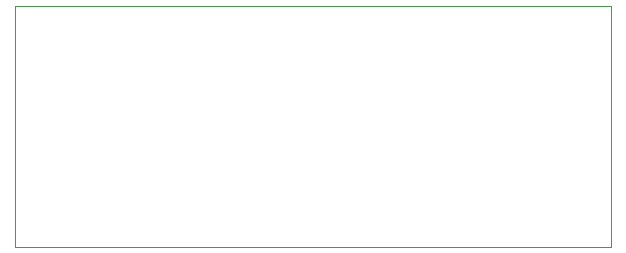
<source format=gbp>
G75*
%MOIN*%
%OFA0B0*%
%FSLAX25Y25*%
%IPPOS*%
%LPD*%
%AMOC8*
5,1,8,0,0,1.08239X$1,22.5*
%
%ADD10C,0.00000*%
D10*
X0024595Y0001256D02*
X0024595Y0081717D01*
X0223296Y0081717D01*
X0223296Y0001256D01*
X0024595Y0001256D01*
M02*

</source>
